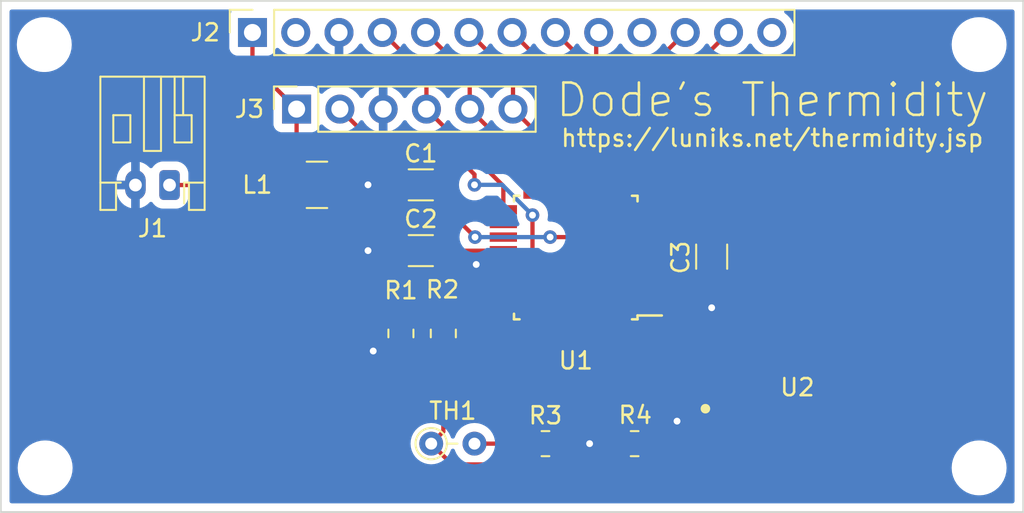
<source format=kicad_pcb>
(kicad_pcb (version 20211014) (generator pcbnew)
  (layers (0 "F.Cu" signal) (31 "B.Cu" signal) (34 "B.Paste" user) (35 "F.Paste" user) (36 "B.SilkS" user "B.Silkscreen") (37 "F.SilkS" user "F.Silkscreen") (38 "B.Mask" user) (39 "F.Mask" user) (44 "Edge.Cuts" user))
  (net 0 "")
  (net 1 "GND")
  (net 2 "+BATT")
  (net 4 "Net-(J2-Pad4)")
  (net 5 "Net-(J2-Pad5)")
  (net 6 "Net-(J2-Pad6)")
  (net 7 "Net-(J2-Pad7)")
  (net 8 "Net-(J2-Pad8)")
  (net 9 "Net-(J2-Pad9)")
  (net 11 "Net-(J2-Pad11)")
  (net 12 "Net-(J2-Pad12)")
  (net 14 "Net-(J3-Pad2)")
  (net 15 "Net-(R2-Pad1)")
  (net 16 "unconnected-(U1-Pad20)")
  (net 24 "Net-(U1-Pad25)")
  (net 31 "Net-(C1-Pad2)")
  (net 32 "Net-(R4-Pad1)")
  (net 33 "Net-(R1-Pad1)")
  (footprint "Inductor_SMD:L_1210_3225Metric_Pad1.42x2.65mm_HandSolder" (layer "F.Cu") (at 130.2512 69.6976)
    (fp_text reference "L1" (at -3.5052 0) (layer "F.SilkS"))
    (fp_text value "10uH")
    (fp_line (start -0.602064 1.36) (end 0.602064 1.36) (layer "F.SilkS") (width 0.12))
    (fp_line (start -0.602064 -1.36) (end 0.602064 -1.36) (layer "F.SilkS") (width 0.12))
    (pad "1" smd roundrect (at -1.4875 0) (size 1.425 2.65) (layers "F.Cu" "F.Paste" "F.Mask") (roundrect_rratio 0.175439) (net 2 "+BATT"))
    (pad "2" smd roundrect (at 1.4875 0) (size 1.425 2.65) (layers "F.Cu" "F.Paste" "F.Mask") (roundrect_rratio 0.175439) (net 31 "Net-(C1-Pad2)"))
  )
  (footprint "Connector_PinSocket_2.54mm:PinSocket_1x06_P2.54mm_Vertical" (layer "F.Cu") (at 129.057 65.253 90)
    (fp_text reference "J3" (at 0 -2.77) (layer "F.SilkS"))
    (fp_text value "ISP")
    (fp_line (start -1.33 1.27) (end -1.33 14.03) (layer "F.SilkS") (width 0.12))
    (fp_line (start -1.33 14.03) (end 1.33 14.03) (layer "F.SilkS") (width 0.12))
    (fp_line (start 0 -1.33) (end 1.33 -1.33) (layer "F.SilkS") (width 0.12))
    (fp_line (start 1.33 -1.33) (end 1.33 0) (layer "F.SilkS") (width 0.12))
    (fp_line (start -1.33 1.27) (end 1.33 1.27) (layer "F.SilkS") (width 0.12))
    (fp_line (start 1.33 1.27) (end 1.33 14.03) (layer "F.SilkS") (width 0.12))
    (pad "1" thru_hole rect (at 0 0 90) (size 1.7 1.7) (drill 1) (layers *.Cu *.Mask) (net 2 "+BATT"))
    (pad "2" thru_hole oval (at 0 2.54 90) (size 1.7 1.7) (drill 1) (layers *.Cu *.Mask) (net 14 "Net-(J3-Pad2)"))
    (pad "3" thru_hole oval (at 0 5.08 90) (size 1.7 1.7) (drill 1) (layers *.Cu *.Mask) (net 1 "GND"))
    (pad "4" thru_hole oval (at 0 7.62 90) (size 1.7 1.7) (drill 1) (layers *.Cu *.Mask) (net 4 "Net-(J2-Pad4)"))
    (pad "5" thru_hole oval (at 0 10.16 90) (size 1.7 1.7) (drill 1) (layers *.Cu *.Mask) (net 5 "Net-(J2-Pad5)"))
    (pad "6" thru_hole oval (at 0 12.7 90) (size 1.7 1.7) (drill 1) (layers *.Cu *.Mask) (net 6 "Net-(J2-Pad6)"))
  )
  (footprint "Connector_JST:JST_PH_S2B-PH-K_1x02_P2.00mm_Horizontal" (layer "F.Cu") (at 121.5992 69.7092 180)
    (fp_text reference "J1" (at 1 -2.55 180) (layer "F.SilkS"))
    (fp_text value "Battery")
    (fp_line (start -0.3 4.1) (end -0.3 2.5) (layer "F.SilkS") (width 0.12))
    (fp_line (start -1.3 2.5) (end -1.3 4.1) (layer "F.SilkS") (width 0.12))
    (fp_line (start -1.14 0.14) (end -1.14 -1.46) (layer "F.SilkS") (width 0.12))
    (fp_line (start 3.14 0.14) (end 2.86 0.14) (layer "F.SilkS") (width 0.12))
    (fp_line (start 3.14 -1.46) (end 3.14 0.14) (layer "F.SilkS") (width 0.12))
    (fp_line (start 4.06 -1.46) (end 3.14 -1.46) (layer "F.SilkS") (width 0.12))
    (fp_line (start -2.06 0.14) (end -1.14 0.14) (layer "F.SilkS") (width 0.12))
    (fp_line (start 1.5 2) (end 1.5 6.36) (layer "F.SilkS") (width 0.12))
    (fp_line (start -2.06 6.36) (end 4.06 6.36) (layer "F.SilkS") (width 0.12))
    (fp_line (start -0.3 4.1) (end -0.3 6.36) (layer "F.SilkS") (width 0.12))
    (fp_line (start -1.14 -1.46) (end -2.06 -1.46) (layer "F.SilkS") (width 0.12))
    (fp_line (start 2.3 2.5) (end 3.3 2.5) (layer "F.SilkS") (width 0.12))
    (fp_line (start -2.06 -1.46) (end -2.06 6.36) (layer "F.SilkS") (width 0.12))
    (fp_line (start 0.5 6.36) (end 0.5 2) (layer "F.SilkS") (width 0.12))
    (fp_line (start 0.5 2) (end 1.5 2) (layer "F.SilkS") (width 0.12))
    (fp_line (start -0.8 4.1) (end -0.8 6.36) (layer "F.SilkS") (width 0.12))
    (fp_line (start -0.3 2.5) (end -1.3 2.5) (layer "F.SilkS") (width 0.12))
    (fp_line (start -0.86 0.14) (end -0.86 -1.075) (layer "F.SilkS") (width 0.12))
    (fp_line (start 3.3 2.5) (end 3.3 4.1) (layer "F.SilkS") (width 0.12))
    (fp_line (start 3.3 4.1) (end 2.3 4.1) (layer "F.SilkS") (width 0.12))
    (fp_line (start 2.3 4.1) (end 2.3 2.5) (layer "F.SilkS") (width 0.12))
    (fp_line (start -1.3 4.1) (end -0.3 4.1) (layer "F.SilkS") (width 0.12))
    (fp_line (start 4.06 0.14) (end 3.14 0.14) (layer "F.SilkS") (width 0.12))
    (fp_line (start -0.86 0.14) (end -1.14 0.14) (layer "F.SilkS") (width 0.12))
    (fp_line (start 4.06 6.36) (end 4.06 -1.46) (layer "F.SilkS") (width 0.12))
    (pad "1" thru_hole roundrect (at 0 0 180) (size 1.2 1.75) (drill 0.75) (layers *.Cu *.Mask) (roundrect_rratio 0.208333) (net 2 "+BATT"))
    (pad "2" thru_hole oval (at 2 0 180) (size 1.2 1.75) (drill 0.75) (layers *.Cu *.Mask) (net 1 "GND"))
  )
  (footprint "Resistor_THT:R_Axial_DIN0204_L3.6mm_D1.6mm_P2.54mm_Vertical" (layer "F.Cu") (at 136.956 84.8868)
    (fp_text reference "TH1" (at 1.27 -1.92) (layer "F.SilkS"))
    (fp_text value "NTC 100k")
    (fp_line (start 0.92 0) (end 1.54 0) (layer "F.SilkS") (width 0.12))
    (fp_circle (center 0 0) (end 0.92 0) (layer "F.SilkS") (width 0.12) (fill none))
    (pad "1" thru_hole circle (at 0 0) (size 1.4 1.4) (drill 0.7) (layers *.Cu *.Mask) (net 15 "Net-(R2-Pad1)"))
    (pad "2" thru_hole oval (at 2.54 0) (size 1.4 1.4) (drill 0.7) (layers *.Cu *.Mask) (net 24 "Net-(U1-Pad25)"))
  )
  (footprint "Connector_PinSocket_2.54mm:PinSocket_1x13_P2.54mm_Vertical" (layer "F.Cu") (at 126.4666 60.7568 90)
    (fp_text reference "J2" (at 0 -2.77) (layer "F.SilkS"))
    (fp_text value "Display")
    (fp_line (start 0 -1.33) (end 1.33 -1.33) (layer "F.SilkS") (width 0.12))
    (fp_line (start -1.33 1.27) (end -1.33 31.81) (layer "F.SilkS") (width 0.12))
    (fp_line (start 1.33 1.27) (end 1.33 31.81) (layer "F.SilkS") (width 0.12))
    (fp_line (start -1.33 31.81) (end 1.33 31.81) (layer "F.SilkS") (width 0.12))
    (fp_line (start 1.33 -1.33) (end 1.33 0) (layer "F.SilkS") (width 0.12))
    (fp_line (start -1.33 1.27) (end 1.33 1.27) (layer "F.SilkS") (width 0.12))
    (pad "1" thru_hole rect (at 0 0 90) (size 1.7 1.7) (drill 1) (layers *.Cu *.Mask) (net 2 "+BATT"))
    (pad "2" thru_hole oval (at 0 2.54 90) (size 1.7 1.7) (drill 1) (layers *.Cu *.Mask))
    (pad "3" thru_hole oval (at 0 5.08 90) (size 1.7 1.7) (drill 1) (layers *.Cu *.Mask) (net 1 "GND"))
    (pad "4" thru_hole oval (at 0 7.62 90) (size 1.7 1.7) (drill 1) (layers *.Cu *.Mask) (net 4 "Net-(J2-Pad4)"))
    (pad "5" thru_hole oval (at 0 10.16 90) (size 1.7 1.7) (drill 1) (layers *.Cu *.Mask) (net 5 "Net-(J2-Pad5)"))
    (pad "6" thru_hole oval (at 0 12.7 90) (size 1.7 1.7) (drill 1) (layers *.Cu *.Mask) (net 6 "Net-(J2-Pad6)"))
    (pad "7" thru_hole oval (at 0 15.24 90) (size 1.7 1.7) (drill 1) (layers *.Cu *.Mask) (net 7 "Net-(J2-Pad7)"))
    (pad "8" thru_hole oval (at 0 17.78 90) (size 1.7 1.7) (drill 1) (layers *.Cu *.Mask) (net 8 "Net-(J2-Pad8)"))
    (pad "9" thru_hole oval (at 0 20.32 90) (size 1.7 1.7) (drill 1) (layers *.Cu *.Mask) (net 9 "Net-(J2-Pad9)"))
    (pad "10" thru_hole oval (at 0 22.86 90) (size 1.7 1.7) (drill 1) (layers *.Cu *.Mask))
    (pad "11" thru_hole oval (at 0 25.4 90) (size 1.7 1.7) (drill 1) (layers *.Cu *.Mask) (net 11 "Net-(J2-Pad11)"))
    (pad "12" thru_hole oval (at 0 27.94 90) (size 1.7 1.7) (drill 1) (layers *.Cu *.Mask) (net 12 "Net-(J2-Pad12)"))
    (pad "13" thru_hole oval (at 0 30.48 90) (size 1.7 1.7) (drill 1) (layers *.Cu *.Mask))
  )
  (footprint "Capacitor_SMD:C_1206_3216Metric_Pad1.33x1.80mm_HandSolder" (layer "F.Cu") (at 153.416 73.914 90)
    (fp_text reference "C3" (at -0.0508 -1.8288 90) (layer "F.SilkS"))
    (fp_text value "100nF")
    (fp_line (start -0.711252 -0.91) (end 0.711252 -0.91) (layer "F.SilkS") (width 0.12))
    (fp_line (start -0.711252 0.91) (end 0.711252 0.91) (layer "F.SilkS") (width 0.12))
    (pad "1" smd roundrect (at -1.5625 0 90) (size 1.325 1.8) (layers "F.Cu" "F.Paste" "F.Mask") (roundrect_rratio 0.188679) (net 1 "GND"))
    (pad "2" smd roundrect (at 1.5625 0 90) (size 1.325 1.8) (layers "F.Cu" "F.Paste" "F.Mask") (roundrect_rratio 0.188679) (net 2 "+BATT"))
  )
  (footprint "HIH-5030-001:HONEYWELL_HIH-5030-001" (layer "F.Cu") (at 158.4492 84.836 -90)
    (fp_text reference "U2" (at -3.2512 0.004) (layer "F.SilkS") (effects (font (size 1.00285 1.00285))))
    (fp_text value "HIH-5030")
    (fp_circle (center -2 5.4) (end -1.86 5.4) (layer "F.SilkS") (width 0.28) (fill none))
    (pad "1" smd rect locked (at -1.27 5.335) (size 1.78 0.51) (layers "F.Cu" "F.Paste" "F.Mask") (net 1 "GND"))
    (pad "2" smd rect locked (at 0 5.335) (size 1.78 0.51) (layers "F.Cu" "F.Paste" "F.Mask") (net 32 "Net-(R4-Pad1)"))
    (pad "3" smd rect locked (at 1.27 5.335) (size 1.78 0.51) (layers "F.Cu" "F.Paste" "F.Mask") (net 15 "Net-(R2-Pad1)"))
    (pad "4" smd rect locked (at 0 -5.59 270) (size 2.54 2.29) (layers "F.Cu" "F.Paste" "F.Mask"))
  )
  (footprint "MountingHole:MountingHole_2.2mm_M2" (layer "F.Cu") (at 169.1132 86.3092)
    (fp_text reference "H4" hide)
    (fp_text value "M2")
    (pad "" np_thru_hole circle (at 0 0) (size 2.2 2.2) (drill 2.2) (layers F&B.Cu *.Mask))
  )
  (footprint "Resistor_SMD:R_0805_2012Metric_Pad1.20x1.40mm_HandSolder" (layer "F.Cu") (at 137.668 78.4192 90)
    (fp_text reference "R2" (at 2.5748 -0.0508) (layer "F.SilkS"))
    (fp_text value "1.2M")
    (fp_line (start -0.227064 0.735) (end 0.227064 0.735) (layer "F.SilkS") (width 0.12))
    (fp_line (start -0.227064 -0.735) (end 0.227064 -0.735) (layer "F.SilkS") (width 0.12))
    (pad "1" smd roundrect (at -1 0 90) (size 1.2 1.4) (layers "F.Cu" "F.Paste" "F.Mask") (roundrect_rratio 0.208333) (net 15 "Net-(R2-Pad1)"))
    (pad "2" smd roundrect (at 1 0 90) (size 1.2 1.4) (layers "F.Cu" "F.Paste" "F.Mask") (roundrect_rratio 0.208333) (net 33 "Net-(R1-Pad1)"))
  )
  (footprint "Capacitor_SMD:C_1206_3216Metric_Pad1.33x1.80mm_HandSolder" (layer "F.Cu") (at 136.3472 69.6976)
    (fp_text reference "C1" (at 0 -1.8288) (layer "F.SilkS"))
    (fp_text value "100nF")
    (fp_line (start -0.711252 -0.91) (end 0.711252 -0.91) (layer "F.SilkS") (width 0.12))
    (fp_line (start -0.711252 0.91) (end 0.711252 0.91) (layer "F.SilkS") (width 0.12))
    (pad "1" smd roundrect (at -1.5625 0) (size 1.325 1.8) (layers "F.Cu" "F.Paste" "F.Mask") (roundrect_rratio 0.188679) (net 1 "GND"))
    (pad "2" smd roundrect (at 1.5625 0) (size 1.325 1.8) (layers "F.Cu" "F.Paste" "F.Mask") (roundrect_rratio 0.188679) (net 31 "Net-(C1-Pad2)"))
  )
  (footprint "MountingHole:MountingHole_2.2mm_M2" (layer "F.Cu") (at 169.1132 61.468)
    (fp_text reference "H2" hide)
    (fp_text value "M2")
    (pad "" np_thru_hole circle (at 0 0) (size 2.2 2.2) (drill 2.2) (layers *.Cu *.Mask))
  )
  (footprint "Package_QFP:TQFP-32_7x7mm_P0.8mm" (layer "F.Cu") (at 145.4404 73.9648 180)
    (fp_text reference "U1" (at 0 -6.05) (layer "F.SilkS"))
    (fp_text value "ATmega328P")
    (fp_line (start -3.625 -3.4) (end -5.05 -3.4) (layer "F.SilkS") (width 0.15))
    (fp_line (start 3.625 3.625) (end 3.3 3.625) (layer "F.SilkS") (width 0.15))
    (fp_line (start -3.625 3.625) (end -3.625 3.3) (layer "F.SilkS") (width 0.15))
    (fp_line (start 3.625 -3.625) (end 3.3 -3.625) (layer "F.SilkS") (width 0.15))
    (fp_line (start 3.625 -3.625) (end 3.625 -3.3) (layer "F.SilkS") (width 0.15))
    (fp_line (start -3.625 3.625) (end -3.3 3.625) (layer "F.SilkS") (width 0.15))
    (fp_line (start 3.625 3.625) (end 3.625 3.3) (layer "F.SilkS") (width 0.15))
    (fp_line (start -3.625 -3.625) (end -3.625 -3.4) (layer "F.SilkS") (width 0.15))
    (fp_line (start -3.625 -3.625) (end -3.3 -3.625) (layer "F.SilkS") (width 0.15))
    (pad "1" smd rect (at -4.25 -2.8 180) (size 1.6 0.55) (layers "F.Cu" "F.Paste" "F.Mask"))
    (pad "2" smd rect (at -4.25 -2 180) (size 1.6 0.55) (layers "F.Cu" "F.Paste" "F.Mask"))
    (pad "3" smd rect (at -4.25 -1.2 180) (size 1.6 0.55) (layers "F.Cu" "F.Paste" "F.Mask") (net 1 "GND"))
    (pad "4" smd rect (at -4.25 -0.4 180) (size 1.6 0.55) (layers "F.Cu" "F.Paste" "F.Mask") (net 2 "+BATT"))
    (pad "5" smd rect (at -4.25 0.4 180) (size 1.6 0.55) (layers "F.Cu" "F.Paste" "F.Mask") (net 1 "GND"))
    (pad "6" smd rect (at -4.25 1.2 180) (size 1.6 0.55) (layers "F.Cu" "F.Paste" "F.Mask") (net 2 "+BATT"))
    (pad "7" smd rect (at -4.25 2 180) (size 1.6 0.55) (layers "F.Cu" "F.Paste" "F.Mask"))
    (pad "8" smd rect (at -4.25 2.8 180) (size 1.6 0.55) (layers "F.Cu" "F.Paste" "F.Mask"))
    (pad "9" smd rect (at -2.8 4.25 270) (size 1.6 0.55) (layers "F.Cu" "F.Paste" "F.Mask") (net 12 "Net-(J2-Pad12)"))
    (pad "10" smd rect (at -2 4.25 270) (size 1.6 0.55) (layers "F.Cu" "F.Paste" "F.Mask") (net 11 "Net-(J2-Pad11)"))
    (pad "11" smd rect (at -1.2 4.25 270) (size 1.6 0.55) (layers "F.Cu" "F.Paste" "F.Mask") (net 9 "Net-(J2-Pad9)"))
    (pad "12" smd rect (at -0.4 4.25 270) (size 1.6 0.55) (layers "F.Cu" "F.Paste" "F.Mask") (net 8 "Net-(J2-Pad8)"))
    (pad "13" smd rect (at 0.4 4.25 270) (size 1.6 0.55) (layers "F.Cu" "F.Paste" "F.Mask") (net 7 "Net-(J2-Pad7)"))
    (pad "14" smd rect (at 1.2 4.25 270) (size 1.6 0.55) (layers "F.Cu" "F.Paste" "F.Mask"))
    (pad "15" smd rect (at 2 4.25 270) (size 1.6 0.55) (layers "F.Cu" "F.Paste" "F.Mask") (net 6 "Net-(J2-Pad6)"))
    (pad "16" smd rect (at 2.8 4.25 270) (size 1.6 0.55) (layers "F.Cu" "F.Paste" "F.Mask") (net 5 "Net-(J2-Pad5)"))
    (pad "17" smd rect (at 4.25 2.8 180) (size 1.6 0.55) (layers "F.Cu" "F.Paste" "F.Mask") (net 4 "Net-(J2-Pad4)"))
    (pad "18" smd rect (at 4.25 2 180) (size 1.6 0.55) (layers "F.Cu" "F.Paste" "F.Mask") (net 31 "Net-(C1-Pad2)"))
    (pad "19" smd rect (at 4.25 1.2 180) (size 1.6 0.55) (layers "F.Cu" "F.Paste" "F.Mask"))
    (pad "20" smd rect (at 4.25 0.4 180) (size 1.6 0.55) (layers "F.Cu" "F.Paste" "F.Mask") (net 16 "unconnected-(U1-Pad20)"))
    (pad "21" smd rect (at 4.25 -0.4 180) (size 1.6 0.55) (layers "F.Cu" "F.Paste" "F.Mask") (net 1 "GND"))
    (pad "22" smd rect (at 4.25 -1.2 180) (size 1.6 0.55) (layers "F.Cu" "F.Paste" "F.Mask"))
    (pad "23" smd rect (at 4.25 -2 180) (size 1.6 0.55) (layers "F.Cu" "F.Paste" "F.Mask") (net 33 "Net-(R1-Pad1)"))
    (pad "24" smd rect (at 4.25 -2.8 180) (size 1.6 0.55) (layers "F.Cu" "F.Paste" "F.Mask") (net 15 "Net-(R2-Pad1)"))
    (pad "25" smd rect (at 2.8 -4.25 270) (size 1.6 0.55) (layers "F.Cu" "F.Paste" "F.Mask") (net 24 "Net-(U1-Pad25)"))
    (pad "26" smd rect (at 2 -4.25 270) (size 1.6 0.55) (layers "F.Cu" "F.Paste" "F.Mask") (net 32 "Net-(R4-Pad1)"))
    (pad "27" smd rect (at 1.2 -4.25 270) (size 1.6 0.55) (layers "F.Cu" "F.Paste" "F.Mask"))
    (pad "28" smd rect (at 0.4 -4.25 270) (size 1.6 0.55) (layers "F.Cu" "F.Paste" "F.Mask"))
    (pad "29" smd rect (at -0.4 -4.25 270) (size 1.6 0.55) (layers "F.Cu" "F.Paste" "F.Mask") (net 14 "Net-(J3-Pad2)"))
    (pad "30" smd rect (at -1.2 -4.25 270) (size 1.6 0.55) (layers "F.Cu" "F.Paste" "F.Mask"))
    (pad "31" smd rect (at -2 -4.25 270) (size 1.6 0.55) (layers "F.Cu" "F.Paste" "F.Mask"))
    (pad "32" smd rect (at -2.8 -4.25 270) (size 1.6 0.55) (layers "F.Cu" "F.Paste" "F.Mask"))
  )
  (footprint "MountingHole:MountingHole_2.2mm_M2" (layer "F.Cu") (at 114.2492 61.468)
    (fp_text reference "H1" hide)
    (fp_text value "M2")
    (pad "" np_thru_hole circle (at 0 0) (size 2.2 2.2) (drill 2.2) (layers F&B.Cu *.Mask))
  )
  (footprint "Resistor_SMD:R_0805_2012Metric_Pad1.20x1.40mm_HandSolder" (layer "F.Cu") (at 135.1788 78.4192 -90)
    (fp_text reference "R1" (at -2.524 0) (layer "F.SilkS"))
    (fp_text value "300K")
    (fp_line (start -0.227064 -0.735) (end 0.227064 -0.735) (layer "F.SilkS") (width 0.12))
    (fp_line (start -0.227064 0.735) (end 0.227064 0.735) (layer "F.SilkS") (width 0.12))
    (pad "1" smd roundrect (at -1 0 270) (size 1.2 1.4) (layers "F.Cu" "F.Paste" "F.Mask") (roundrect_rratio 0.208333) (net 33 "Net-(R1-Pad1)"))
    (pad "2" smd roundrect (at 1 0 270) (size 1.2 1.4) (layers "F.Cu" "F.Paste" "F.Mask") (roundrect_rratio 0.208333) (net 1 "GND"))
  )
  (footprint "Resistor_SMD:R_0805_2012Metric_Pad1.20x1.40mm_HandSolder" (layer "F.Cu") (at 143.6624 84.8868)
    (fp_text reference "R3" (at 0 -1.65) (layer "F.SilkS"))
    (fp_text value "100k")
    (fp_line (start -0.227064 -0.735) (end 0.227064 -0.735) (layer "F.SilkS") (width 0.12))
    (fp_line (start -0.227064 0.735) (end 0.227064 0.735) (layer "F.SilkS") (width 0.12))
    (pad "1" smd roundrect (at -1 0) (size 1.2 1.4) (layers "F.Cu" "F.Paste" "F.Mask") (roundrect_rratio 0.208333) (net 24 "Net-(U1-Pad25)"))
    (pad "2" smd roundrect (at 1 0) (size 1.2 1.4) (layers "F.Cu" "F.Paste" "F.Mask") (roundrect_rratio 0.208333) (net 1 "GND"))
  )
  (footprint "Capacitor_SMD:C_1206_3216Metric_Pad1.33x1.80mm_HandSolder" (layer "F.Cu") (at 136.3472 73.5584)
    (fp_text reference "C2" (at 0 -1.85) (layer "F.SilkS"))
    (fp_text value "1nF")
    (fp_line (start -0.711252 0.91) (end 0.711252 0.91) (layer "F.SilkS") (width 0.12))
    (fp_line (start -0.711252 -0.91) (end 0.711252 -0.91) (layer "F.SilkS") (width 0.12))
    (pad "1" smd roundrect (at -1.5625 0) (size 1.325 1.8) (layers "F.Cu" "F.Paste" "F.Mask") (roundrect_rratio 0.188679) (net 1 "GND"))
    (pad "2" smd roundrect (at 1.5625 0) (size 1.325 1.8) (layers "F.Cu" "F.Paste" "F.Mask") (roundrect_rratio 0.188679) (net 16 "unconnected-(U1-Pad20)"))
  )
  (footprint "MountingHole:MountingHole_2.2mm_M2" (layer "F.Cu") (at 114.3 86.3092)
    (fp_text reference "H3" hide)
    (fp_text value "M2")
    (pad "" np_thru_hole circle (at 0 0) (size 2.2 2.2) (drill 2.2) (layers F&B.Cu *.Mask))
  )
  (footprint "Resistor_SMD:R_0805_2012Metric_Pad1.20x1.40mm_HandSolder" (layer "F.Cu") (at 148.8948 84.8868 180)
    (fp_text reference "R4" (at -0.0348 1.6764) (layer "F.SilkS"))
    (fp_text value "65k")
    (fp_line (start -0.227064 -0.735) (end 0.227064 -0.735) (layer "F.SilkS") (width 0.12))
    (fp_line (start -0.227064 0.735) (end 0.227064 0.735) (layer "F.SilkS") (width 0.12))
    (pad "1" smd roundrect (at -1 0 180) (size 1.2 1.4) (layers "F.Cu" "F.Paste" "F.Mask") (roundrect_rratio 0.208333) (net 32 "Net-(R4-Pad1)"))
    (pad "2" smd roundrect (at 1 0 180) (size 1.2 1.4) (layers "F.Cu" "F.Paste" "F.Mask") (roundrect_rratio 0.208333) (net 1 "GND"))
  )
  (gr_rect (start 111.7 58.9) (end 171.7 88.9) (layer "Edge.Cuts") (width 0.1) (fill none))
  (gr_text "Dode's Thermidity" (at 156.972 64.7192) (layer "F.SilkS") (effects (font (size 1.9 1.9))))
  (gr_text "https://luniks.net/thermidity.jsp" (at 156.972 66.9544) (layer "F.SilkS") (effects (font (size 1 1))))
  (segment (start 133.2484 73.5584) (end 134.7847 73.5584) (width 0.25) (layer "F.Cu") (net 1))
  (segment (start 146.2532 84.8868) (end 147.8948 84.8868) (width 0.25) (layer "F.Cu") (net 1))
  (segment (start 149.6904 75.1648) (end 148.6404 75.1648) (width 0.25) (layer "F.Cu") (net 1))
  (segment (start 133.2484 69.6976) (end 134.7847 69.6976) (width 0.25) (layer "F.Cu") (net 1))
  (segment (start 139.6048 74.3648) (end 139.5984 74.3712) (width 0.25) (layer "F.Cu") (net 1))
  (segment (start 141.1904 74.3648) (end 139.6048 74.3648) (width 0.25) (layer "F.Cu") (net 1))
  (segment (start 133.5532 79.4512) (end 135.1468 79.4512) (width 0.25) (layer "F.Cu") (net 1))
  (segment (start 148.6404 75.1648) (end 148.5654 75.0898) (width 0.25) (layer "F.Cu") (net 1))
  (segment (start 153.1142 83.566) (end 151.2316 83.566) (width 0.25) (layer "F.Cu") (net 1))
  (segment (start 148.6948 73.5648) (end 149.6904 73.5648) (width 0.25) (layer "F.Cu") (net 1))
  (segment (start 153.416 75.4765) (end 153.416 77.0128) (width 0.25) (layer "F.Cu") (net 1))
  (segment (start 148.5654 75.0898) (end 148.5654 73.6942) (width 0.25) (layer "F.Cu") (net 1))
  (segment (start 135.1468 79.4512) (end 135.1788 79.4192) (width 0.25) (layer "F.Cu") (net 1))
  (segment (start 149.6904 75.1648) (end 153.1043 75.1648) (width 0.25) (layer "F.Cu") (net 1))
  (segment (start 146.2532 84.8868) (end 144.6624 84.8868) (width 0.25) (layer "F.Cu") (net 1))
  (segment (start 153.1043 75.1648) (end 153.416 75.4765) (width 0.25) (layer "F.Cu") (net 1))
  (segment (start 148.5654 73.6942) (end 148.6948 73.5648) (width 0.25) (layer "F.Cu") (net 1))
  (via (at 139.5984 74.3712) (size 0.8) (drill 0.4) (layers "F.Cu" "B.Cu") (net 1))
  (via (at 133.5532 79.4512) (size 0.8) (drill 0.4) (layers "F.Cu" "B.Cu") (net 1))
  (via (at 133.2484 73.5584) (size 0.8) (drill 0.4) (layers "F.Cu" "B.Cu") (net 1))
  (via (at 146.2532 84.8868) (size 0.8) (drill 0.4) (layers "F.Cu" "B.Cu") (net 1))
  (via (at 153.416 76.9112) (size 0.8) (drill 0.4) (layers "F.Cu" "B.Cu") (net 1))
  (via (at 133.2484 69.6976) (size 0.8) (drill 0.4) (layers "F.Cu" "B.Cu") (net 1))
  (via (at 151.384 83.566) (size 0.8) (drill 0.4) (layers "F.Cu" "B.Cu") (net 1))
  (segment (start 149.6904 74.3648) (end 150.7404 74.3648) (width 0.25) (layer "F.Cu") (net 2))
  (segment (start 130.7449 71.6788) (end 138.4424 71.6788) (width 0.25) (layer "F.Cu") (net 2))
  (segment (start 149.6904 72.7648) (end 143.9356 72.7648) (width 0.25) (layer "F.Cu") (net 2))
  (segment (start 129.057 69.4043) (end 129.057 65.253) (width 0.25) (layer "F.Cu") (net 2))
  (segment (start 128.7637 69.6976) (end 130.7449 71.6788) (width 0.25) (layer "F.Cu") (net 2))
  (segment (start 153.0027 72.7648) (end 153.416 72.3515) (width 0.25) (layer "F.Cu") (net 2))
  (segment (start 121.5992 69.7092) (end 128.7521 69.7092) (width 0.25) (layer "F.Cu") (net 2))
  (segment (start 128.7521 69.7092) (end 128.7637 69.6976) (width 0.25) (layer "F.Cu") (net 2))
  (segment (start 150.8252 74.28) (end 150.8252 72.8496) (width 0.25) (layer "F.Cu") (net 2))
  (segment (start 126.4666 60.7568) (end 126.4666 62.6626) (width 0.25) (layer "F.Cu") (net 2))
  (segment (start 150.8252 72.8496) (end 150.7404 72.7648) (width 0.25) (layer "F.Cu") (net 2))
  (segment (start 139.5284 72.7648) (end 138.4424 71.6788) (width 0.25) (layer "F.Cu") (net 2))
  (segment (start 149.6904 72.7648) (end 153.0027 72.7648) (width 0.25) (layer "F.Cu") (net 2))
  (segment (start 150.7404 72.7648) (end 149.6904 72.7648) (width 0.25) (layer "F.Cu") (net 2))
  (segment (start 126.4666 62.6626) (end 129.057 65.253) (width 0.25) (layer "F.Cu") (net 2))
  (segment (start 150.7404 74.3648) (end 150.8252 74.28) (width 0.25) (layer "F.Cu") (net 2))
  (segment (start 128.7637 69.6976) (end 129.057 69.4043) (width 0.25) (layer "F.Cu") (net 2))
  (via (at 143.9356 72.7648) (size 0.8) (drill 0.4) (layers "F.Cu" "B.Cu") (net 2))
  (via (at 139.5284 72.7648) (size 0.8) (drill 0.4) (layers "F.Cu" "B.Cu") (net 2))
  (segment (start 139.5284 72.7648) (end 143.9356 72.7648) (width 0.25) (layer "B.Cu") (net 2))
  (segment (start 141.1904 71.1648) (end 141.1904 69.7664) (width 0.25) (layer "F.Cu") (net 4))
  (segment (start 136.677 65.253) (end 136.677 63.3472) (width 0.25) (layer "F.Cu") (net 4))
  (segment (start 141.1904 69.7664) (end 136.677 65.253) (width 0.25) (layer "F.Cu") (net 4))
  (segment (start 136.677 63.3472) (end 134.0866 60.7568) (width 0.25) (layer "F.Cu") (net 4))
  (segment (start 139.217 63.3472) (end 136.6266 60.7568) (width 0.25) (layer "F.Cu") (net 5))
  (segment (start 142.6404 68.6764) (end 139.217 65.253) (width 0.25) (layer "F.Cu") (net 5))
  (segment (start 139.217 65.253) (end 139.217 63.3472) (width 0.25) (layer "F.Cu") (net 5))
  (segment (start 142.6404 69.7148) (end 142.6404 68.6764) (width 0.25) (layer "F.Cu") (net 5))
  (segment (start 141.757 63.3472) (end 139.1666 60.7568) (width 0.25) (layer "F.Cu") (net 6))
  (segment (start 143.4404 69.7148) (end 143.4404 66.9364) (width 0.25) (layer "F.Cu") (net 6))
  (segment (start 143.4404 66.9364) (end 141.757 65.253) (width 0.25) (layer "F.Cu") (net 6))
  (segment (start 141.757 65.253) (end 141.757 63.3472) (width 0.25) (layer "F.Cu") (net 6))
  (segment (start 145.0404 69.7148) (end 145.0404 64.0906) (width 0.25) (layer "F.Cu") (net 7))
  (segment (start 145.0404 64.0906) (end 141.7066 60.7568) (width 0.25) (layer "F.Cu") (net 7))
  (segment (start 145.8404 62.3506) (end 144.2466 60.7568) (width 0.25) (layer "F.Cu") (net 8))
  (segment (start 145.8404 69.7148) (end 145.8404 62.3506) (width 0.25) (layer "F.Cu") (net 8))
  (segment (start 146.6404 69.7148) (end 146.6404 60.903) (width 0.25) (layer "F.Cu") (net 9))
  (segment (start 146.6404 60.903) (end 146.7866 60.7568) (width 0.25) (layer "F.Cu") (net 9))
  (segment (start 147.4404 69.7148) (end 147.4404 65.183) (width 0.25) (layer "F.Cu") (net 11))
  (segment (start 147.4404 65.183) (end 151.8666 60.7568) (width 0.25) (layer "F.Cu") (net 11))
  (segment (start 148.2404 69.7148) (end 148.2404 66.923) (width 0.25) (layer "F.Cu") (net 12))
  (segment (start 148.2404 66.923) (end 154.4066 60.7568) (width 0.25) (layer "F.Cu") (net 12))
  (segment (start 134.0604 67.7164) (end 131.597 65.253) (width 0.25) (layer "F.Cu") (net 14))
  (segment (start 139.4968 69.088) (end 138.1252 67.7164) (width 0.25) (layer "F.Cu") (net 14))
  (segment (start 145.8404 77.1648) (end 142.9004 74.2248) (width 0.25) (layer "F.Cu") (net 14))
  (segment (start 139.4968 69.6976) (end 139.4968 69.088) (width 0.25) (layer "F.Cu") (net 14))
  (segment (start 138.1252 67.7164) (end 134.0604 67.7164) (width 0.25) (layer "F.Cu") (net 14))
  (segment (start 145.8404 78.2148) (end 145.8404 77.1648) (width 0.25) (layer "F.Cu") (net 14))
  (segment (start 142.9004 74.2248) (end 142.9004 71.4756) (width 0.25) (layer "F.Cu") (net 14))
  (via (at 139.4968 69.6976) (size 0.8) (drill 0.4) (layers "F.Cu" "B.Cu") (net 14))
  (via (at 142.9004 71.4756) (size 0.8) (drill 0.4) (layers "F.Cu" "B.Cu") (net 14))
  (segment (start 141.1224 69.6976) (end 142.9004 71.4756) (width 0.25) (layer "B.Cu") (net 14))
  (segment (start 139.4968 69.6976) (end 141.1224 69.6976) (width 0.25) (layer "B.Cu") (net 14))
  (segment (start 138.1752 86.106) (end 153.1142 86.106) (width 0.25) (layer "F.Cu") (net 15))
  (segment (start 140.3224 76.7648) (end 137.668 79.4192) (width 0.25) (layer "F.Cu") (net 15))
  (segment (start 137.668 84.1748) (end 136.956 84.8868) (width 0.25) (layer "F.Cu") (net 15))
  (segment (start 137.668 79.4192) (end 137.668 84.1748) (width 0.25) (layer "F.Cu") (net 15))
  (segment (start 136.956 84.8868) (end 138.1752 86.106) (width 0.25) (layer "F.Cu") (net 15))
  (segment (start 141.1904 76.7648) (end 140.3224 76.7648) (width 0.25) (layer "F.Cu") (net 15))
  (segment (start 137.9161 73.5648) (end 137.9097 73.5584) (width 0.25) (layer "F.Cu") (net 16))
  (segment (start 141.1904 73.5648) (end 137.9161 73.5648) (width 0.25) (layer "F.Cu") (net 16))
  (segment (start 139.496 84.8868) (end 142.6624 84.8868) (width 0.25) (layer "F.Cu") (net 24))
  (segment (start 142.6404 78.2148) (end 142.6404 84.8648) (width 0.25) (layer "F.Cu") (net 24))
  (segment (start 142.6404 84.8648) (end 142.6624 84.8868) (width 0.25) (layer "F.Cu") (net 24))
  (segment (start 136.6847 68.4726) (end 132.9637 68.4726) (width 0.25) (layer "F.Cu") (net 31))
  (segment (start 132.9637 68.4726) (end 131.7387 69.6976) (width 0.25) (layer "F.Cu") (net 31))
  (segment (start 141.1904 71.9648) (end 140.1769 71.9648) (width 0.25) (layer "F.Cu") (net 31))
  (segment (start 137.9097 69.6976) (end 136.6847 68.4726) (width 0.25) (layer "F.Cu") (net 31))
  (segment (start 140.1769 71.9648) (end 137.9097 69.6976) (width 0.25) (layer "F.Cu") (net 31))
  (segment (start 143.4404 79.2648) (end 148.0374 83.8618) (width 0.25) (layer "F.Cu") (net 32))
  (segment (start 149.4884 84.836) (end 149.4376 84.8868) (width 0.25) (layer "F.Cu") (net 32))
  (segment (start 149.59 84.8868) (end 149.3588 84.8868) (width 0.25) (layer "F.Cu") (net 32))
  (segment (start 148.0374 83.8618) (end 148.8698 83.8618) (width 0.25) (layer "F.Cu") (net 32))
  (segment (start 148.8698 83.8618) (end 149.8948 84.8868) (width 0.25) (layer "F.Cu") (net 32))
  (segment (start 149.6408 84.836) (end 153.1142 84.836) (width 0.25) (layer "F.Cu") (net 32))
  (segment (start 149.59 84.8868) (end 149.6408 84.836) (width 0.25) (layer "F.Cu") (net 32))
  (segment (start 143.4404 78.2148) (end 143.4404 79.2648) (width 0.25) (layer "F.Cu") (net 32))
  (segment (start 135.1788 77.4192) (end 137.668 77.4192) (width 0.25) (layer "F.Cu") (net 33))
  (segment (start 141.1904 75.9648) (end 139.1224 75.9648) (width 0.25) (layer "F.Cu") (net 33))
  (segment (start 139.1224 75.9648) (end 137.668 77.4192) (width 0.25) (layer "F.Cu") (net 33))
  (zone (net 1) (net_name "GND") (layer "B.Cu") (connect_pads (clearance 0.508)) (min_thickness 0.254) (fill yes (thermal_gap 0.508) (thermal_bridge_width 0.508))
    (polygon (pts (xy 171.704 88.9) (xy 111.76 88.9) (xy 111.7092 58.928) (xy 171.704 58.928)))
  )
)
</source>
